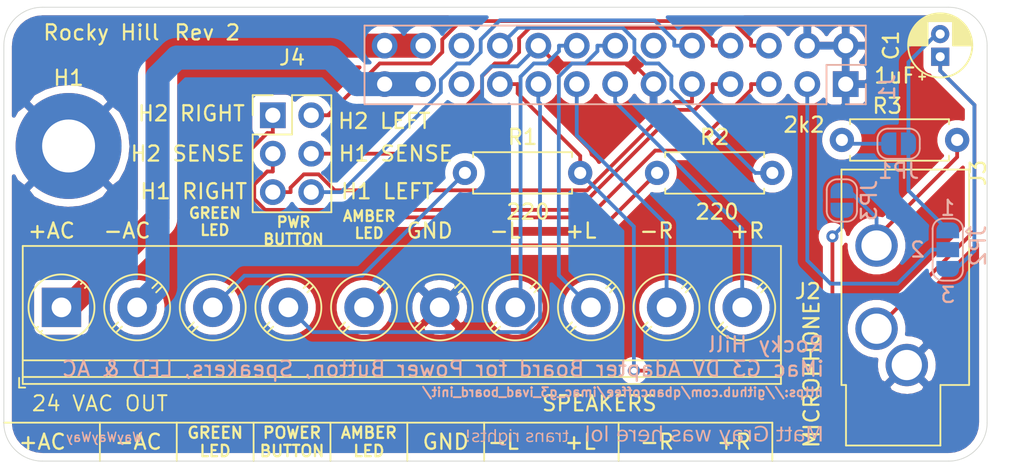
<source format=kicad_pcb>
(kicad_pcb (version 20240108) (generator "pcbnew") (generator_version "8.0")
  (title_block (date "2020-03-10") (rev "2") (comment 2 "headphones,mic,power button and 24VAC") (comment 3 "J22 adapter board is a breakout board for speakers,") (comment 4 "Rocky Hill"))
  (layers (0 "F.Cu" signal) (31 "B.Cu" signal) (34 "B.Paste" user) (35 "F.Paste" user) (36 "B.SilkS" user "B.Silkscreen") (37 "F.SilkS" user "F.Silkscreen") (38 "B.Mask" user) (39 "F.Mask" user) (44 "Edge.Cuts" user))
  (net 0 "")
  (net 1 "Net-(J1-Pad12)")
  (net 2 "Net-(J1-Pad21)")
  (net 3 "Net-(J1-Pad22)")
  (net 4 "GNDREF")
  (net 5 "/+MICROPHONE")
  (net 6 "/HEADPHONE_2_RIGHT")
  (net 7 "/HEADPHONE_2_LEFT")
  (net 8 "/HEADPHONE_2_SENSE")
  (net 9 "/HEADPHONE_1_SENSE")
  (net 10 "/HEADPHONE_1_RIGHT")
  (net 11 "/HEADPHONE_1_LEFT")
  (net 12 "/+RIGHT_SPEAKER")
  (net 13 "/+LEFT_SPEAKER")
  (net 14 "/-RIGHT_SPEAKER")
  (net 15 "/-LEFT_SPEAKER")
  (net 16 "/POWER_BUTTON")
  (net 17 "/+GREEN_LED")
  (net 18 "/+AMBER_LED")
  (net 19 "/-AC")
  (net 20 "/+AC")
  (net 21 "Net-(J2-Pad3)")
  (net 22 "Net-(J2-Pad5)")
  (net 23 "Net-(C1-Pad1)")
  (net 24 "Net-(C1-Pad2)")
  (net 25 "/MICROPHONE_POWER")
  (net 26 "Net-(JP1-Pad1)")
  (footprint "MountingHole:MountingHole_3.5mm_Pad" (layer "F.Cu") (at 110.172 96.038)
    (property "Reference" "H1" (at 0 -4.5 0) (layer "F.SilkS"))
    (property "Value" "MountingHole_Pad")
    (pad "1" thru_hole circle (at 0 0) (size 7 7) (drill 3.5) (layers "*.Cu" "*.Mask") (net 4 "GNDREF"))
  )
  (footprint "Resistor_THT:R_Axial_DIN0207_L6.3mm_D2.5mm_P7.62mm_Horizontal" (layer "F.Cu") (at 149.072 97.818)
    (property "Reference" "R2" (at 3.81 -2.37 0) (layer "F.SilkS"))
    (property "Value" "220")
    (pad "1" thru_hole circle (at 0 0) (size 1.6 1.6) (drill 0.8) (layers "*.Cu" "*.Mask") (net 22 "Net-(J2-Pad5)"))
    (pad "2" thru_hole oval (at 7.62 0) (size 1.6 1.6) (drill 0.8) (layers "*.Cu" "*.Mask") (net 18 "/+AMBER_LED"))
  )
  (footprint "Connector_Audio:Jack_3.5mm_CUI_SJ1-3533NG_Horizontal_CircularHoles" (layer "F.Cu") (at 165.582 110.518 180)
    (property "Reference" "J3" (at -4.708 12.7 90) (layer "F.SilkS"))
    (property "Value" "AudioJack3")
    (pad "R" thru_hole circle (at 2 7.9 180) (size 2.8 2.8) (drill 2) (layers "*.Cu" "*.Mask") (net 25 "/MICROPHONE_POWER"))
    (pad "S" thru_hole circle (at 0 0 180) (size 2.8 2.8) (drill 2) (layers "*.Cu" "*.Mask") (net 4 "GNDREF"))
    (pad "T" thru_hole circle (at 2 2.4 180) (size 2.8 2.8) (drill 2) (layers "*.Cu" "*.Mask") (net 23 "Net-(C1-Pad1)"))
  )
  (footprint "Resistor_THT:R_Axial_DIN0207_L6.3mm_D2.5mm_P7.62mm_Horizontal" (layer "F.Cu") (at 136.372 97.818)
    (property "Reference" "R1" (at 3.81 -2.37 0) (layer "F.SilkS"))
    (property "Value" "220")
    (pad "1" thru_hole circle (at 0 0) (size 1.6 1.6) (drill 0.8) (layers "*.Cu" "*.Mask") (net 21 "Net-(J2-Pad3)"))
    (pad "2" thru_hole oval (at 7.62 0) (size 1.6 1.6) (drill 0.8) (layers "*.Cu" "*.Mask") (net 17 "/+GREEN_LED"))
  )
  (footprint "Connector_PinHeader_2.54mm:PinHeader_2x03_P2.54mm_Vertical" (layer "F.Cu") (at 123.672 94.008)
    (property "Reference" "J4" (at 1.27 -3.81 0) (layer "F.SilkS"))
    (property "Value" "Conn_02x03_Odd_Even")
    (pad "1" thru_hole rect (at 0 0) (size 1.7 1.7) (drill 1) (layers "*.Cu" "*.Mask") (net 6 "/HEADPHONE_2_RIGHT"))
    (pad "2" thru_hole oval (at 2.54 0) (size 1.7 1.7) (drill 1) (layers "*.Cu" "*.Mask") (net 7 "/HEADPHONE_2_LEFT"))
    (pad "3" thru_hole oval (at 0 2.54) (size 1.7 1.7) (drill 1) (layers "*.Cu" "*.Mask") (net 8 "/HEADPHONE_2_SENSE"))
    (pad "4" thru_hole oval (at 2.54 2.54) (size 1.7 1.7) (drill 1) (layers "*.Cu" "*.Mask") (net 9 "/HEADPHONE_1_SENSE"))
    (pad "5" thru_hole oval (at 0 5.08) (size 1.7 1.7) (drill 1) (layers "*.Cu" "*.Mask") (net 10 "/HEADPHONE_1_RIGHT"))
    (pad "6" thru_hole oval (at 2.54 5.08) (size 1.7 1.7) (drill 1) (layers "*.Cu" "*.Mask") (net 11 "/HEADPHONE_1_LEFT"))
  )
  (footprint "TerminalBlock_Phoenix:TerminalBlock_Phoenix_PT-1,5-10-5.0-H_1x10_P5.00mm_Horizontal" (layer "F.Cu") (at 109.702 106.708)
    (property "Reference" "J2" (at 49.338 -1.068 0) (layer "F.SilkS"))
    (property "Value" "Screw_Terminal_01x10")
    (pad "1" thru_hole rect (at 0 0) (size 2.6 2.6) (drill 1.3) (layers "*.Cu" "*.Mask") (net 20 "/+AC"))
    (pad "2" thru_hole circle (at 5 0) (size 2.6 2.6) (drill 1.3) (layers "*.Cu" "*.Mask") (net 19 "/-AC"))
    (pad "3" thru_hole circle (at 10 0) (size 2.6 2.6) (drill 1.3) (layers "*.Cu" "*.Mask") (net 21 "Net-(J2-Pad3)"))
    (pad "4" thru_hole circle (at 15 0) (size 2.6 2.6) (drill 1.3) (layers "*.Cu" "*.Mask") (net 16 "/POWER_BUTTON"))
    (pad "5" thru_hole circle (at 20 0) (size 2.6 2.6) (drill 1.3) (layers "*.Cu" "*.Mask") (net 22 "Net-(J2-Pad5)"))
    (pad "6" thru_hole circle (at 25 0) (size 2.6 2.6) (drill 1.3) (layers "*.Cu" "*.Mask") (net 4 "GNDREF"))
    (pad "7" thru_hole circle (at 30 0) (size 2.6 2.6) (drill 1.3) (layers "*.Cu" "*.Mask") (net 15 "/-LEFT_SPEAKER"))
    (pad "8" thru_hole circle (at 35 0) (size 2.6 2.6) (drill 1.3) (layers "*.Cu" "*.Mask") (net 13 "/+LEFT_SPEAKER"))
    (pad "9" thru_hole circle (at 40 0) (size 2.6 2.6) (drill 1.3) (layers "*.Cu" "*.Mask") (net 14 "/-RIGHT_SPEAKER"))
    (pad "10" thru_hole circle (at 45 0) (size 2.6 2.6) (drill 1.3) (layers "*.Cu" "*.Mask") (net 12 "/+RIGHT_SPEAKER"))
  )
  (footprint "Capacitor_THT:CP_Radial_D4.0mm_P1.50mm" (layer "F.Cu") (at 167.79 90.14 90)
    (property "Reference" "C1" (at 0.75 -3.25 90) (layer "F.SilkS"))
    (property "Value" "1uF")
    (pad "1" thru_hole rect (at 0 0 90) (size 1.2 1.2) (drill 0.6) (layers "*.Cu" "*.Mask") (net 23 "Net-(C1-Pad1)"))
    (pad "2" thru_hole circle (at 1.5 0 90) (size 1.2 1.2) (drill 0.6) (layers "*.Cu" "*.Mask") (net 24 "Net-(C1-Pad2)"))
  )
  (footprint "Resistor_THT:R_Axial_DIN0207_L6.3mm_D2.5mm_P7.62mm_Horizontal" (layer "F.Cu") (at 161.29 95.64)
    (property "Reference" "R3" (at 3 -2.25 0) (layer "F.SilkS"))
    (property "Value" "2.2k")
    (pad "1" thru_hole circle (at 0 0) (size 1.6 1.6) (drill 0.8) (layers "*.Cu" "*.Mask") (net 26 "Net-(JP1-Pad1)"))
    (pad "2" thru_hole oval (at 7.62 0) (size 1.6 1.6) (drill 0.8) (layers "*.Cu" "*.Mask") (net 25 "/MICROPHONE_POWER"))
  )
  (footprint "Connector_PinHeader_2.54mm:PinHeader_2x13_P2.54mm_Vertical" (layer "B.Cu") (at 161.544 91.948 90)
    (property "Reference" "J1" (at -0.192 2.746 90) (layer "B.SilkS") (effects (justify mirror)))
    (property "Value" "Conn_02x13_Odd_Even")
    (pad "1" thru_hole rect (at 0 0 90) (size 1.7 1.7) (drill 1) (layers "*.Cu" "*.Mask") (net 4 "GNDREF"))
    (pad "2" thru_hole oval (at 2.54 0 90) (size 1.7 1.7) (drill 1) (layers "*.Cu" "*.Mask") (net 4 "GNDREF"))
    (pad "3" thru_hole oval (at 0 -2.54 90) (size 1.7 1.7) (drill 1) (layers "*.Cu" "*.Mask") (net 5 "/+MICROPHONE"))
    (pad "4" thru_hole oval (at 2.54 -2.54 90) (size 1.7 1.7) (drill 1) (layers "*.Cu" "*.Mask") (net 4 "GNDREF"))
    (pad "5" thru_hole oval (at 0 -5.08 90) (size 1.7 1.7) (drill 1) (layers "*.Cu" "*.Mask") (net 6 "/HEADPHONE_2_RIGHT"))
    (pad "6" thru_hole oval (at 2.54 -5.08 90) (size 1.7 1.7) (drill 1) (layers "*.Cu" "*.Mask") (net 7 "/HEADPHONE_2_LEFT"))
    (pad "7" thru_hole oval (at 0 -7.62 90) (size 1.7 1.7) (drill 1) (layers "*.Cu" "*.Mask") (net 8 "/HEADPHONE_2_SENSE"))
    (pad "8" thru_hole oval (at 2.54 -7.62 90) (size 1.7 1.7) (drill 1) (layers "*.Cu" "*.Mask") (net 9 "/HEADPHONE_1_SENSE"))
    (pad "9" thru_hole oval (at 0 -10.16 90) (size 1.7 1.7) (drill 1) (layers "*.Cu" "*.Mask") (net 10 "/HEADPHONE_1_RIGHT"))
    (pad "10" thru_hole oval (at 2.54 -10.16 90) (size 1.7 1.7) (drill 1) (layers "*.Cu" "*.Mask") (net 11 "/HEADPHONE_1_LEFT"))
    (pad "11" thru_hole oval (at 0 -12.7 90) (size 1.7 1.7) (drill 1) (layers "*.Cu" "*.Mask") (net 4 "GNDREF"))
    (pad "12" thru_hole oval (at 2.54 -12.7 90) (size 1.7 1.7) (drill 1) (layers "*.Cu" "*.Mask") (net 1 "Net-(J1-Pad12)"))
    (pad "13" thru_hole oval (at 0 -15.24 90) (size 1.7 1.7) (drill 1) (layers "*.Cu" "*.Mask") (net 12 "/+RIGHT_SPEAKER"))
    (pad "14" thru_hole oval (at 2.54 -15.24 90) (size 1.7 1.7) (drill 1) (layers "*.Cu" "*.Mask") (net 13 "/+LEFT_SPEAKER"))
    (pad "15" thru_hole oval (at 0 -17.78 90) (size 1.7 1.7) (drill 1) (layers "*.Cu" "*.Mask") (net 14 "/-RIGHT_SPEAKER"))
    (pad "16" thru_hole oval (at 2.54 -17.78 90) (size 1.7 1.7) (drill 1) (layers "*.Cu" "*.Mask") (net 15 "/-LEFT_SPEAKER"))
    (pad "17" thru_hole oval (at 0 -20.32 90) (size 1.7 1.7) (drill 1) (layers "*.Cu" "*.Mask") (net 16 "/POWER_BUTTON"))
    (pad "18" thru_hole oval (at 2.54 -20.32 90) (size 1.7 1.7) (drill 1) (layers "*.Cu" "*.Mask") (net 4 "GNDREF"))
    (pad "19" thru_hole oval (at 0 -22.86 90) (size 1.7 1.7) (drill 1) (layers "*.Cu" "*.Mask") (net 17 "/+GREEN_LED"))
    (pad "20" thru_hole oval (at 2.54 -22.86 90) (size 1.7 1.7) (drill 1) (layers "*.Cu" "*.Mask") (net 18 "/+AMBER_LED"))
    (pad "21" thru_hole oval (at 0 -25.4 90) (size 1.7 1.7) (drill 1) (layers "*.Cu" "*.Mask") (net 2 "Net-(J1-Pad21)"))
    (pad "22" thru_hole oval (at 2.54 -25.4 90) (size 1.7 1.7) (drill 1) (layers "*.Cu" "*.Mask") (net 3 "Net-(J1-Pad22)"))
    (pad "23" thru_hole oval (at 0 -27.94 90) (size 1.7 1.7) (drill 1) (layers "*.Cu" "*.Mask") (net 19 "/-AC"))
    (pad "24" thru_hole oval (at 2.54 -27.94 90) (size 1.7 1.7) (drill 1) (layers "*.Cu" "*.Mask") (net 20 "/+AC"))
    (pad "25" thru_hole oval (at 0 -30.48 90) (size 1.7 1.7) (drill 1) (layers "*.Cu" "*.Mask") (net 19 "/-AC"))
    (pad "26" thru_hole oval (at 2.54 -30.48 90) (size 1.7 1.7) (drill 1) (layers "*.Cu" "*.Mask") (net 20 "/+AC"))
  )
  (footprint "Jumper:SolderJumper-2_P1.3mm_Open_RoundedPad1.0x1.5mm" (layer "B.Cu") (at 165.04 95.89)
    (property "Reference" "JP1" (at 0 1.8 0) (layer "B.SilkS") (effects (justify mirror)))
    (property "Value" "SolderJumper_2_Open")
    (pad "1" smd custom (at -0.65 0) (size 1 0.5) (layers "B.Cu" "B.Mask") (net 26 "Net-(JP1-Pad1)") (options (clearance outline) (anchor rect)) (primitives (gr_circle (center 0 -0.25) (end 0.5 -0.25) (width 0) (fill yes)) (gr_circle (center 0 0.25) (end 0.5 0.25) (width 0) (fill yes)) (gr_poly (pts (xy 0 0.75) (xy 0.5 0.75) (xy 0.5 -0.75) (xy 0 -0.75)) (width 0) (fill yes))))
    (pad "2" smd custom (at 0.65 0) (size 1 0.5) (layers "B.Cu" "B.Mask") (net 24 "Net-(C1-Pad2)") (options (clearance outline) (anchor rect)) (primitives (gr_circle (center 0 -0.25) (end 0.5 -0.25) (width 0) (fill yes)) (gr_circle (center 0 0.25) (end 0.5 0.25) (width 0) (fill yes)) (gr_poly (pts (xy 0 0.75) (xy -0.5 0.75) (xy -0.5 -0.75) (xy 0 -0.75)) (width 0) (fill yes))))
  )
  (footprint "Jumper:SolderJumper-3_P1.3mm_Open_RoundedPad1.0x1.5mm" (layer "B.Cu") (at 168.29 102.89 -90)
    (property "Reference" "JP2" (at -0.25 -2 90) (layer "B.SilkS") (effects (justify mirror)))
    (property "Value" "SolderJumper_3_Open")
    (pad "1" smd custom (at -1.3 0 270) (size 1 0.5) (layers "B.Cu" "B.Mask") (net 24 "Net-(C1-Pad2)") (options (clearance outline) (anchor rect)) (primitives (gr_circle (center 0 -0.25) (end 0.5 -0.25) (width 0) (fill yes)) (gr_circle (center 0 0.25) (end 0.5 0.25) (width 0) (fill yes)) (gr_poly (pts (xy 0.55 0.75) (xy 0 0.75) (xy 0 -0.75) (xy 0.55 -0.75)) (width 0) (fill yes))))
    (pad "2" smd rect (at 0 0 270) (size 1 1.5) (layers "B.Cu" "B.Mask") (net 5 "/+MICROPHONE"))
    (pad "3" smd custom (at 1.3 0 270) (size 1 0.5) (layers "B.Cu" "B.Mask") (net 23 "Net-(C1-Pad1)") (options (clearance outline) (anchor rect)) (primitives (gr_circle (center 0 -0.25) (end 0.5 -0.25) (width 0) (fill yes)) (gr_circle (center 0 0.25) (end 0.5 0.25) (width 0) (fill yes)) (gr_poly (pts (xy -0.55 0.75) (xy 0 0.75) (xy 0 -0.75) (xy -0.55 -0.75)) (width 0) (fill yes))))
  )
  (footprint "Jumper:SolderJumper-2_P1.3mm_Open_RoundedPad1.0x1.5mm" (layer "B.Cu") (at 161.29 99.64 90)
    (property "Reference" "JP3" (at 0 1.8 90) (layer "B.SilkS") (effects (justify mirror)))
    (property "Value" "SolderJumper_2_Open")
    (pad "1" smd custom (at -0.65 0 90) (size 1 0.5) (layers "B.Cu" "B.Mask") (net 17 "/+GREEN_LED") (options (clearance outline) (anchor rect)) (primitives (gr_circle (center 0 -0.25) (end 0.5 -0.25) (width 0) (fill yes)) (gr_circle (center 0 0.25) (end 0.5 0.25) (width 0) (fill yes)) (gr_poly (pts (xy 0 0.75) (xy 0.5 0.75) (xy 0.5 -0.75) (xy 0 -0.75)) (width 0) (fill yes))))
    (pad "2" smd custom (at 0.65 0 90) (size 1 0.5) (layers "B.Cu" "B.Mask") (net 25 "/MICROPHONE_POWER") (options (clearance outline) (anchor rect)) (primitives (gr_circle (center 0 -0.25) (end 0.5 -0.25) (width 0) (fill yes)) (gr_circle (center 0 0.25) (end 0.5 0.25) (width 0) (fill yes)) (gr_poly (pts (xy 0 0.75) (xy -0.5 0.75) (xy -0.5 -0.75) (xy 0 -0.75)) (width 0) (fill yes))))
  )
  (gr_line (start 146.532 114.328) (end 146.532 116.868) (stroke (width 0.12)) (layer "F.SilkS"))
  (gr_line (start 137.642 114.328) (end 156.692 114.328) (stroke (width 0.12)) (layer "F.SilkS"))
  (gr_line (start 117.322 114.328) (end 137.642 114.328) (stroke (width 0.12)) (layer "F.SilkS"))
  (gr_line (start 112.242 114.328) (end 112.242 116.868) (stroke (width 0.12)) (layer "F.SilkS"))
  (gr_line (start 117.322 114.328) (end 112.242 114.328) (stroke (width 0.12)) (layer "F.SilkS"))
  (gr_line (start 112.242 114.328) (end 105.892 114.328) (stroke (width 0.12)) (layer "F.SilkS"))
  (gr_line (start 156.692 114.328) (end 156.692 116.868) (stroke (width 0.12)) (layer "F.SilkS"))
  (gr_line (start 137.642 114.328) (end 137.642 116.868) (stroke (width 0.12)) (layer "F.SilkS"))
  (gr_line (start 127.482 114.328) (end 127.482 116.868) (stroke (width 0.12)) (layer "F.SilkS"))
  (gr_line (start 117.322 114.328) (end 117.322 116.868) (stroke (width 0.12)) (layer "F.SilkS"))
  (gr_line (start 132.562 114.328) (end 132.562 116.868) (stroke (width 0.12)) (layer "F.SilkS"))
  (gr_line (start 122.402 114.328) (end 122.402 116.868) (stroke (width 0.12)) (layer "F.SilkS"))
  (gr_line (start 170.892 89.408) (end 170.892 114.328) (stroke (width 0.05)) (layer "Edge.Cuts"))
  (gr_line (start 168.352 116.868) (end 108.432 116.868) (stroke (width 0.05)) (layer "Edge.Cuts"))
  (gr_arc (start 168.352 86.868) (mid 170.148051 87.611949) (end 170.892 89.408) (stroke (width 0.05)) (layer "Edge.Cuts"))
  (gr_arc (start 108.432 116.868) (mid 106.635949 116.124051) (end 105.892 114.328) (stroke (width 0.05)) (layer "Edge.Cuts"))
  (gr_line (start 168.352 86.868) (end 108.432 86.868) (stroke (width 0.05)) (layer "Edge.Cuts"))
  (gr_arc (start 105.892 89.408) (mid 106.635949 87.611949) (end 108.432 86.868) (stroke (width 0.05)) (layer "Edge.Cuts"))
  (gr_arc (start 170.892 114.328) (mid 170.148051 116.124051) (end 168.352 116.868) (stroke (width 0.05)) (layer "Edge.Cuts"))
  (gr_line (start 105.892 89.408) (end 105.892 114.328) (stroke (width 0.05)) (layer "Edge.Cuts"))
  (gr_text "2" (at 166.29 102.89 0) (layer "B.SilkS") (effects (font (size 1 1)) (justify mirror)))
  (gr_text "3" (at 168.29 105.89 0) (layer "B.SilkS") (effects (font (size 1 1)) (justify mirror)))
  (gr_text "trans rights!" (at 143.24 115.74 0) (layer "B.SilkS") (effects (font (size 0.8 0.8)) (justify left bottom mirror)))
  (gr_text "1" (at 168.29 100.14 0) (layer "B.SilkS") (effects (font (size 1 1)) (justify mirror)))
  (gr_text "https://github.com/qbancoffee/imac_g3_ivad_board_init/" (at 160.115 112.665 0) (layer "B.SilkS") (effects (font (size 0.6 0.6) (thickness 0.125) (bold yes)) (justify left bottom mirror)))
  (gr_text "WayWayWay" (at 109.94 115.64 0) (layer "B.SilkS") (effects (font (size 0.6 0.6) (thickness 0.1) (bold yes)) (justify right bottom mirror)))
  (gr_text "Rocky Hill\niMac G3 DV Adapter Board for Power Button, Speakers, LED & AC " (at 160.215 109.965 0) (layer "B.SilkS") (effects (font (size 1 1)) (justify left mirror)))
  (gr_text "Matt Gray was here lol" (at 160.09 115.74 0) (layer "B.SilkS") (effects (font (size 1 1)) (justify left bottom mirror)))
  (gr_text "AMBER\nLED" (at 130.022 115.598 0) (layer "F.SilkS") (effects (font (size 0.75 0.75))))
  (gr_text "POWER\nBUTTON" (at 124.942 115.598 0) (layer "F.SilkS") (effects (font (size 0.75 0.75))))
  (gr_text "GND" (at 135.102 115.598 0) (layer "F.SilkS") (effects (font (size 1 1))))
  (gr_text "GREEN\nLED" (at 119.862 115.598 0) (layer "F.SilkS") (effects (font (size 0.75 0.75))))
  (gr_text "-R" (at 149.04 101.64 0) (layer "F.SilkS") (effects (font (size 1 1))))
  (gr_text "PWR\nBUTTON" (at 125.04 101.64 0) (layer "F.SilkS") (effects (font (size 0.7 0.7))))
  (gr_text "-L" (at 139.04 101.64 0) (layer "F.SilkS") (effects (font (size 1 1))))
  (gr_text "+L" (at 144.04 101.64 0) (layer "F.SilkS") (effects (font (size 1 1))))
  (gr_text "+R" (at 155.04 101.64 0) (layer "F.SilkS") (effects (font (size 1 1))))
  (gr_text "MICROPHONE" (at 159.29 111.14 90) (layer "F.SilkS") (effects (font (size 1 1))))
  (gr_text "Rev 2" (at 119.34 88.54 0) (layer "F.SilkS") (effects (font (size 1 1))))
  (gr_text "H2 SENSE" (at 118.04 96.548 0) (layer "F.SilkS") (effects (font (size 1 1))))
  (gr_text "H1 LEFT" (at 131.24 99.04 0) (layer "F.SilkS") (effects (font (size 1 1))))
  (gr_text "2k2" (at 158.79 94.64 0) (layer "F.SilkS") (effects (font (size 1 1))))
  (gr_text "+AC" (at 109.04 101.64 0) (layer "F.SilkS") (effects (font (size 1 1))))
  (gr_text "+L" (at 143.992 115.598 0) (layer "F.SilkS") (effects (font (size 1 1))))
  (gr_text "-R" (at 149.072 115.598 0) (layer "F.SilkS") (effects (font (size 1 1))))
  (gr_text "AMBER\nLED" (at 130.04 101.24 0) (layer "F.SilkS") (effects (font (size 0.7 0.7))))
  (gr_text "SPEAKERS" (at 145.262 113.058 0) (layer "F.SilkS") (effects (font (size 1 1))))
  (gr_text "-AC" (at 114.04 101.64 0) (layer "F.SilkS") (effects (font (size 1 1))))
  (gr_text "H1 RIGHT" (at 118.44 99.04 0) (layer "F.SilkS") (effects (font (size 1 1))))
  (gr_text "220" (at 153.04 100.39 0) (layer "F.SilkS") (effects (font (size 1 1))))
  (gr_text "+R" (at 154.152 115.598 0) (layer "F.SilkS") (effects (font (size 1 1))))
  (gr_text "H2 RIGHT" (at 118.29 93.89 0) (layer "F.SilkS") (effects (font (size 1 1))))
  (gr_text "GREEN\nLED" (at 119.84 101.04 0) (layer "F.SilkS") (effects (font (size 0.7 0.7))))
  (gr_text "-AC" (at 114.782 115.598 0) (layer "F.SilkS") (effects (font (size 1 1))))
  (gr_text "Rocky Hill" (at 112.34 88.54 0) (layer "F.SilkS") (effects (font (size 1 1))))
  (gr_text "1uF" (at 164.79 91.39 0) (layer "F.SilkS") (effects (font (size 1 1))))
  (gr_text "+AC" (at 108.432 115.598 0) (layer "F.SilkS") (effects (font (size 1 1))))
  (gr_text "24 VAC OUT" (at 112.242 113.058 0) (layer "F.SilkS") (effects (font (size 1 1) (thickness 0.125))))
  (gr_text "H2 LEFT" (at 131.04 94.39 0) (layer "F.SilkS") (effects (font (size 1 1))))
  (gr_text "220" (at 140.54 100.39 0) (layer "F.SilkS") (effects (font (size 1 1))))
  (gr_text "GND" (at 134.04 101.64 0) (layer "F.SilkS") (effects (font (size 1 1))))
  (gr_text "H1 SENSE" (at 131.79 96.548 0) (layer "F.SilkS") (effects (font (size 1 1))))
  (gr_text "-L" (at 138.912 115.598 0) (layer "F.SilkS") (effects (font (size 1 1))))
  (segment (start 141.224 89.408) (end 142.399 90.583) (width 0.25) (layer "F.Cu") (net 4))
  (segment (start 147.479 90.583) (end 148.844 91.948) (width 0.25) (layer "F.Cu") (net 4))
  (segment (start 142.399 90.583) (end 147.479 90.583) (width 0.25) (layer "F.Cu") (net 4))
  (segment (start 138.658 97.31) (end 138.658 102.752) (width 0.25) (layer "B.Cu") (net 4))
  (segment (start 138.12 90.773) (end 137.509 91.384) (width 0.25) (layer "B.Cu") (net 4))
  (segment (start 141.224 89.408) (end 139.859 90.773) (width 0.25) (layer "B.Cu") (net 4))
  (segment (start 139.859 90.773) (end 138.12 90.773) (width 0.25) (layer "B.Cu") (net 4))
  (segment (start 138.658 102.752) (end 134.702 106.708) (width 0.25) (layer "B.Cu") (net 4))
  (segment (start 137.509 91.384) (end 137.509 96.161) (width 0.25) (layer "B.Cu") (net 4))
  (segment (start 137.509 96.161) (end 138.658 97.31) (width 0.25) (layer "B.Cu") (net 4))
  (segment (start 164.9647 105.14) (end 167.2147 102.89) (width 0.25) (layer "B.Cu") (net 5))
  (segment (start 159.004 103.604) (end 160.54 105.14) (width 0.25) (layer "B.Cu") (net 5))
  (segment (start 167.2147 102.89) (end 168.29 102.89) (width 0.25) (layer "B.Cu") (net 5))
  (segment (start 159.004 91.948) (end 159.004 103.604) (width 0.25) (layer "B.Cu") (net 5))
  (segment (start 160.54 105.14) (end 164.9647 105.14) (width 0.25) (layer "B.Cu") (net 5))
  (segment (start 155.289 92.3246) (end 155.289 91.948) (width 0.25) (layer "F.Cu") (net 6))
  (segment (start 121.995 96.4931) (end 121.995 99.7321) (width 0.25) (layer "F.Cu") (net 6))
  (segment (start 123.672 94.008) (end 123.672 95.1833) (width 0.25) (layer "F.Cu") (net 6))
  (segment (start 151.271 96.3426) (end 155.289 92.3246) (width 0.25) (layer "F.Cu") (net 6))
  (segment (start 148.946 96.3426) (end 151.271 96.3426) (width 0.25) (layer "F.Cu") (net 6))
  (segment (start 121.995 99.7321) (end 123.021 100.758) (width 0.25) (layer "F.Cu") (net 6))
  (segment (start 155.289 91.948) (end 156.464 91.948) (width 0.25) (layer "F.Cu") (net 6))
  (segment (start 144.531 100.758) (end 148.946 96.3426) (width 0.25) (layer "F.Cu") (net 6))
  (segment (start 123.672 95.1833) (end 123.305 95.1833) (width 0.25) (layer "F.Cu") (net 6))
  (segment (start 123.021 100.758) (end 144.531 100.758) (width 0.25) (layer "F.Cu") (net 6))
  (segment (start 123.305 95.1833) (end 121.995 96.4931) (width 0.25) (layer "F.Cu") (net 6))
  (segment (start 126.212 94.008) (end 127.387 94.008) (width 0.25) (layer "F.Cu") (net 7))
  (segment (start 155.289 89.0427) (end 155.289 89.408) (width 0.25) (layer "F.Cu") (net 7))
  (segment (start 155.289 89.408) (end 156.464 89.408) (width 0.25) (layer "F.Cu") (net 7))
  (segment (start 134.874 89.839) (end 134.874 88.9968) (width 0.25) (layer "F.Cu") (net 7))
  (segment (start 130.738 90.5834) (end 134.13 90.5834) (width 0.25) (layer "F.Cu") (net 7))
  (segment (start 134.13 90.5834) (end 134.874 89.839) (width 0.25) (layer "F.Cu") (net 7))
  (segment (start 154.028 87.7823) (end 155.289 89.0427) (width 0.25) (layer "F.Cu") (net 7))
  (segment (start 136.088 87.7823) (end 154.028 87.7823) (width 0.25) (layer "F.Cu") (net 7))
  (segment (start 134.874 88.9968) (end 136.088 87.7823) (width 0.25) (layer "F.Cu") (net 7))
  (segment (start 127.387 93.9345) (end 130.738 90.5834) (width 0.25) (layer "F.Cu") (net 7))
  (segment (start 127.387 94.008) (end 127.387 93.9345) (width 0.25) (layer "F.Cu") (net 7))
  (segment (start 123.305 97.7233) (end 122.445 98.5827) (width 0.25) (layer "F.Cu") (net 8))
  (segment (start 123.163 100.263) (end 143.789 100.263) (width 0.25) (layer "F.Cu") (net 8))
  (segment (start 143.789 100.263) (end 150.401 93.6512) (width 0.25) (layer "F.Cu") (net 8))
  (segment (start 123.672 96.548) (end 123.672 97.7233) (width 0.25) (layer "F.Cu") (net 8))
  (segment (start 151.56 93.6512) (end 152.749 92.4622) (width 0.25) (layer "F.Cu") (net 8))
  (segment (start 123.672 97.7233) (end 123.305 97.7233) (width 0.25) (layer "F.Cu") (net 8))
  (segment (start 122.445 98.5827) (end 122.445 99.5456) (width 0.25) (layer "F.Cu") (net 8))
  (segment (start 150.401 93.6512) (end 151.56 93.6512) (width 0.25) (layer "F.Cu") (net 8))
  (segment (start 122.445 99.5456) (end 123.163 100.263) (width 0.25) (layer "F.Cu") (net 8))
  (segment (start 152.749 92.4622) (end 152.749 91.948) (width 0.25) (layer "F.Cu") (net 8))
  (segment (start 152.749 91.948) (end 153.924 91.948) (width 0.25) (layer "F.Cu") (net 8))
  (segment (start 139.21 90.5834) (end 139.954 89.839) (width 0.25) (layer "F.Cu") (net 9))
  (segment (start 138.348 90.5834) (end 139.21 90.5834) (width 0.25) (layer "F.Cu") (net 9))
  (segment (start 151.941 88.2327) (end 152.749 89.0406) (width 0.25) (layer "F.Cu") (net 9))
  (segment (start 140.646 88.2327) (end 151.941 88.2327) (width 0.25) (layer "F.Cu") (net 9))
  (segment (start 137.509 91.4224) (end 138.348 90.5834) (width 0.25) (layer "F.Cu") (net 9))
  (segment (start 137.509 92.3333) (end 137.509 91.4224) (width 0.25) (layer "F.Cu") (net 9))
  (segment (start 152.749 89.408) (end 153.924 89.408) (width 0.25) (layer "F.Cu") (net 9))
  (segment (start 139.954 89.839) (end 139.954 88.9249) (width 0.25) (layer "F.Cu") (net 9))
  (segment (start 152.749 89.0406) (end 152.749 89.408) (width 0.25) (layer "F.Cu") (net 9))
  (segment (start 126.212 96.548) (end 133.294 96.548) (width 0.25) (layer "F.Cu") (net 9))
  (segment (start 139.954 88.9249) (end 140.646 88.2327) (width 0.25) (layer "F.Cu") (net 9))
  (segment (start 133.294 96.548) (end 137.509 92.3333) (width 0.25) (layer "F.Cu") (net 9))
  (segment (start 144.449 98.9663) (end 150.292 93.1233) (width 0.25) (layer "F.Cu") (net 10))
  (segment (start 151.384 93.1233) (end 151.384 91.948) (width 0.25) (layer "F.Cu") (net 10))
  (segment (start 125.725 97.9127) (end 126.699 97.9127) (width 0.25) (layer "F.Cu") (net 10))
  (segment (start 124.847 98.7905) (end 125.725 97.9127) (width 0.25) (layer "F.Cu") (net 10))
  (segment (start 127.752 98.9663) (end 144.449 98.9663) (width 0.25) (layer "F.Cu") (net 10))
  (segment (start 150.292 93.1233) (end 151.384 93.1233) (width 0.25) (layer "F.Cu") (net 10))
  (segment (start 124.847 99.088) (end 124.847 98.7905) (width 0.25) (layer "F.Cu") (net 10))
  (segment (start 126.699 97.9127) (end 127.752 98.9663) (width 0.25) (layer "F.Cu") (net 10))
  (segment (start 123.672 99.088) (end 124.847 99.088) (width 0.25) (layer "F.Cu") (net 10))
  (segment (start 137.414 89.0055) (end 138.685 87.7341) (width 0.25) (layer "B.Cu") (net 11))
  (segment (start 134.779 91.6484) (end 135.844 90.5834) (width 0.25) (layer "B.Cu") (net 11))
  (segment (start 134.779 92.5045) (end 134.779 91.6484) (width 0.25) (layer "B.Cu") (net 11))
  (segment (start 150.209 89.0407) (end 150.209 89.408) (width 0.25) (layer "B.Cu") (net 11))
  (segment (start 148.902 87.7341) (end 150.209 89.0407) (width 0.25) (layer "B.Cu") (net 11))
  (segment (start 150.209 89.408) (end 151.384 89.408) (width 0.25) (layer "B.Cu") (net 11))
  (segment (start 136.67 90.5834) (end 137.414 89.839) (width 0.25) (layer "B.Cu") (net 11))
  (segment (start 138.685 87.7341) (end 148.902 87.7341) (width 0.25) (layer "B.Cu") (net 11))
  (segment (start 135.844 90.5834) (end 136.67 90.5834) (width 0.25) (layer "B.Cu") (net 11))
  (segment (start 128.196 99.088) (end 134.779 92.5045) (width 0.25) (layer "B.Cu") (net 11))
  (segment (start 137.414 89.839) (end 137.414 89.0055) (width 0.25) (layer "B.Cu") (net 11))
  (segment (start 126.212 99.088) (end 128.196 99.088) (width 0.25) (layer "B.Cu") (net 11))
  (segment (start 154.702 101.521) (end 146.304 93.1233) (width 0.25) (layer "B.Cu") (net 12))
  (segment (start 146.304 93.1233) (end 146.304 91.948) (width 0.25) (layer "B.Cu") (net 12))
  (segment (start 154.702 106.708) (end 154.702 101.521) (width 0.25) (layer "B.Cu") (net 12))
  (segment (start 143.444 90.5833) (end 142.579 91.449) (width 0.25) (layer "B.Cu") (net 13))
  (segment (start 144.321 90.5833) (end 143.444 90.5833) (width 0.25) (layer "B.Cu") (net 13))
  (segment (start 142.579 91.449) (end 142.579 104.585) (width 0.25) (layer "B.Cu") (net 13))
  (segment (start 145.129 89.408) (end 145.129 89.7754) (width 0.25) (layer "B.Cu") (net 13))
  (segment (start 142.579 104.585) (end 144.702 106.708) (width 0.25) (layer "B.Cu") (net 13))
  (segment (start 145.129 89.7754) (end 144.321 90.5833) (width 0.25) (layer "B.Cu") (net 13))
  (segment (start 146.304 89.408) (end 145.129 89.408) (width 0.25) (layer "B.Cu") (net 13))
  (segment (start 149.702 101.266) (end 143.764 95.328) (width 0.25) (layer "B.Cu") (net 14))
  (segment (start 143.764 95.328) (end 143.764 91.948) (width 0.25) (layer "B.Cu") (net 14))
  (segment (start 149.702 106.708) (end 149.702 101.266) (width 0.25) (layer "B.Cu") (net 14))
  (segment (start 140.924 90.5833) (end 141.781 90.5833) (width 0.25) (layer "B.Cu") (net 15))
  (segment (start 142.589 89.408) (end 143.764 89.408) (width 0.25) (layer "B.Cu") (net 15))
  (segment (start 140.049 106.361) (end 140.049 91.4586) (width 0.25) (layer "B.Cu") (net 15))
  (segment (start 139.702 106.708) (end 140.049 106.361) (width 0.25) (layer "B.Cu") (net 15))
  (segment (start 141.781 90.5833) (end 142.589 89.7754) (width 0.25) (layer "B.Cu") (net 15))
  (segment (start 142.589 89.7754) (end 142.589 89.408) (width 0.25) (layer "B.Cu") (net 15))
  (segment (start 140.049 91.4586) (end 140.924 90.5833) (width 0.25) (layer "B.Cu") (net 15))
  (segment (start 126.333 108.339) (end 140.377 108.339) (width 0.25) (layer "B.Cu") (net 16))
  (segment (start 141.337 107.379) (end 141.337 93.2363) (width 0.25) (layer "B.Cu") (net 16))
  (segment (start 140.377 108.339) (end 141.337 107.379) (width 0.25) (layer "B.Cu") (net 16))
  (segment (start 124.702 106.708) (end 126.333 108.339) (width 0.25) (layer "B.Cu") (net 16))
  (segment (start 141.337 93.2363) (end 141.224 93.1233) (width 0.25) (layer "B.Cu") (net 16))
  (segment (start 141.224 93.1233) (end 141.224 91.948) (width 0.25) (layer "B.Cu") (net 16))
  (segment (start 147.54 110.89) (end 147.54 110.89) (width 0.25) (layer "F.Cu") (net 17))
  (segment (start 160.665 102.015) (end 160.665 106.765) (width 0.25) (layer "F.Cu") (net 17))
  (segment (start 143.992 96.6927) (end 139.859 92.56) (width 0.25) (layer "F.Cu") (net 17))
  (segment (start 156.54 110.89) (end 147.54 110.89) (width 0.25) (layer "F.Cu") (net 17))
  (segment (start 160.665 106.765) (end 156.54 110.89) (width 0.25) (layer "F.Cu") (net 17))
  (segment (start 139.859 92.56) (end 139.859 91.948) (width 0.25) (layer "F.Cu") (net 17))
  (segment (start 139.859 91.948) (end 138.684 91.948) (width 0.25) (layer "F.Cu") (net 17))
  (segment (start 143.992 97.818) (end 143.992 96.6927) (width 0.25) (layer "F.Cu") (net 17))
  (via (at 160.665 102.015) (size 0.8) (drill 0.4) (layers "F.Cu" "B.Cu") (net 17))
  (via (at 147.54 110.89) (size 0.8) (drill 0.4) (layers "F.Cu" "B.Cu") (net 17))
  (segment (start 160.665 102.015) (end 160.54 102.14) (width 0.25) (layer "B.Cu") (net 17))
  (segment (start 143.992 97.818) (end 147.54 101.366) (width 0.25) (layer "B.Cu") (net 17))
  (segment (start 161.29 100.29) (end 161.29 101.39) (width 0.25) (layer "B.Cu") (net 17))
  (segment (start 147.54 101.366) (end 147.54 110.89) (width 0.25) (layer "B.Cu") (net 17))
  (segment (start 161.29 101.39) (end 160.665 102.015) (width 0.25) (layer "B.Cu") (net 17))
  (segment (start 146.788 88.2188) (end 139.873 88.2188) (width 0.25) (layer "B.Cu") (net 18))
  (segment (start 139.873 88.2188) (end 138.684 89.408) (width 0.25) (layer "B.Cu") (net 18))
  (segment (start 149.18 90.5834) (end 148.318 90.5834) (width 0.25) (layer "B.Cu") (net 18))
  (segment (start 147.574 89.0044) (end 146.788 88.2188) (width 0.25) (layer "B.Cu") (net 18))
  (segment (start 156.692 97.818) (end 155.567 97.818) (width 0.25) (layer "B.Cu") (net 18))
  (segment (start 147.574 89.839) (end 147.574 89.0044) (width 0.25) (layer "B.Cu") (net 18))
  (segment (start 150.019 91.4224) (end 149.18 90.5834) (width 0.25) (layer "B.Cu") (net 18))
  (segment (start 148.318 90.5834) (end 147.574 89.839) (width 0.25) (layer "B.Cu") (net 18))
  (segment (start 155.567 97.818) (end 150.019 92.2707) (width 0.25) (layer "B.Cu") (net 18))
  (segment (start 150.019 92.2707) (end 150.019 91.4224) (width 0.25) (layer "B.Cu") (net 18))
  (segment (start 131.064 91.948) (end 129.232 91.948) (width 1.5876) (layer "B.Cu") (net 19))
  (segment (start 133.604 91.948) (end 131.064 91.948) (width 1.5876) (layer "B.Cu") (net 19))
  (segment (start 127.482 90.198) (end 117.322 90.198) (width 1.5876) (layer "B.Cu") (net 19))
  (segment (start 116.052 91.468) (end 116.052 105.358) (width 1.5876) (layer "B.Cu") (net 19))
  (segment (start 129.232 91.948) (end 127.482 90.198) (width 1.5876) (layer "B.Cu") (net 19))
  (segment (start 117.322 90.198) (end 116.052 91.468) (width 1.5876) (layer "B.Cu") (net 19))
  (segment (start 116.052 105.358) (end 114.702 106.708) (width 1.5876) (layer "B.Cu") (net 19))
  (segment (start 116.842 89.408) (end 116.052 90.198) (width 1.5876) (layer "F.Cu") (net 20))
  (segment (start 116.052 90.198) (end 116.052 100.819) (width 1.5876) (layer "F.Cu") (net 20))
  (segment (start 116.052 100.819) (end 110.163 106.708) (width 1.5876) (layer "F.Cu") (net 20))
  (segment (start 110.163 106.708) (end 109.702 106.708) (width 1.5876) (layer "F.Cu") (net 20))
  (segment (start 133.604 89.408) (end 131.064 89.408) (width 1.5876) (layer "F.Cu") (net 20))
  (segment (start 131.064 89.408) (end 116.842 89.408) (width 1.5876) (layer "F.Cu") (net 20))
  (segment (start 121.796 104.614) (end 129.576 104.614) (width 0.25) (layer "B.Cu") (net 21))
  (segment (start 119.702 106.708) (end 121.796 104.614) (width 0.25) (layer "B.Cu") (net 21))
  (segment (start 129.576 104.614) (end 136.372 97.818) (width 0.25) (layer "B.Cu") (net 21))
  (segment (start 144.282 102.608) (end 149.072 97.818) (width 0.25) (layer "F.Cu") (net 22))
  (segment (start 129.702 106.708) (end 133.802 102.608) (width 0.25) (layer "F.Cu") (net 22))
  (segment (start 133.802 102.608) (end 144.282 102.608) (width 0.25) (layer "F.Cu") (net 22))
  (segment (start 167.79 90.14) (end 167.79 91.0653) (width 0.25) (layer "F.Cu") (net 23))
  (segment (start 170.0515 93.3268) (end 170.0515 101.6485) (width 0.25) (layer "F.Cu") (net 23))
  (segment (start 170.0515 101.6485) (end 163.582 108.118) (width 0.25) (layer "F.Cu") (net 23))
  (segment (start 167.79 91.0653) (end 170.0515 93.3268) (width 0.25) (layer "F.Cu") (net 23))
  (segment (start 168.8279 104.19) (end 170.0484 102.9695) (width 0.25) (layer "B.Cu") (net 23))
  (segment (start 170.0484 102.9695) (end 170.0484 93.3237) (width 0.25) (layer "B.Cu") (net 23))
  (segment (start 168.29 104.19) (end 168.8279 104.19) (width 0.25) (layer "B.Cu") (net 23))
  (segment (start 167.79 90.14) (end 167.79 91.0653) (width 0.25) (layer "B.Cu") (net 23))
  (segment (start 170.0484 93.3237) (end 167.79 91.0653) (width 0.25) (layer "B.Cu") (net 23))
  (segment (start 165.69 90.5012) (end 165.69 95.89) (width 0.25) (layer "B.Cu") (net 24))
  (segment (start 167.5512 88.64) (end 165.69 90.5012) (width 0.25) (layer "B.Cu") (net 24))
  (segment (start 167.79 88.64) (end 167.5512 88.64) (width 0.25) (layer "B.Cu") (net 24))
  (segment (start 168.29 101.59) (end 165.69 98.99) (width 0.25) (layer "B.Cu") (net 24))
  (segment (start 165.69 98.99) (end 165.69 95.89) (width 0.25) (layer "B.Cu") (net 24))
  (segment (start 168.91 96.7653) (end 163.582 102.0933) (width 0.25) (layer "F.Cu") (net 25))
  (segment (start 168.91 95.64) (end 168.91 96.7653) (width 0.25) (layer "F.Cu") (net 25))
  (segment (start 163.582 102.0933) (end 163.582 102.618) (width 0.25) (layer "F.Cu") (net 25))
  (segment (start 161.29 98.99) (end 161.7702 98.99) (width 0.25) (layer "B.Cu") (net 25))
  (segment (start 161.7702 98.99) (end 163.582 100.8018) (width 0.25) (layer "B.Cu") (net 25))
  (segment (start 163.582 100.8018) (end 163.582 102.618) (width 0.25) (layer "B.Cu") (net 25))
  (segment (start 161.54 95.89) (end 161.29 95.64) (width 0.25) (layer "B.Cu") (net 26))
  (segment (start 164.39 95.89) (end 161.54 95.89) (width 0.25) (layer "B.Cu") (net 26))
  (zone (net 4) (net_name "GNDREF") (layer "F.Cu") (connect_pads (clearance 0.508)) (min_thickness 0.254) (fill yes (thermal_gap 0.508) (thermal_bridge_width 0.508))
    (polygon (pts (xy 170.916 116.868) (xy 105.638 116.868) (xy 105.638 86.388) (xy 170.916 86.388)))
  )
  (zone (net 4) (net_name "GNDREF") (layer "B.Cu") (connect_pads (clearance 0.508)) (min_thickness 0.254) (fill yes (thermal_gap 0.508) (thermal_bridge_width 0.508))
    (polygon (pts (xy 170.916 116.868) (xy 105.638 116.868) (xy 105.638 86.388) (xy 170.916 86.388)))
  )
)
</source>
